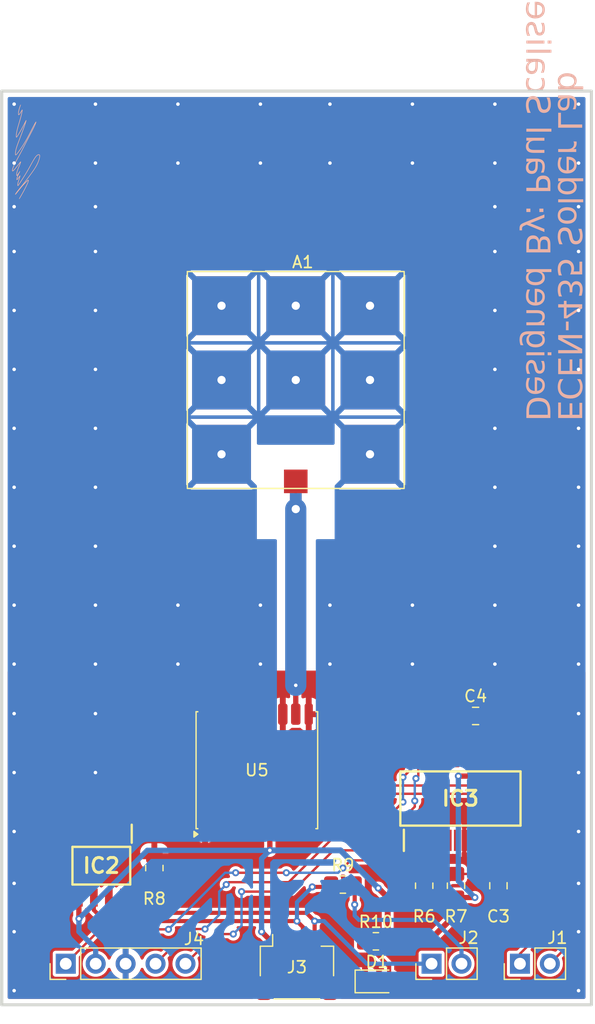
<source format=kicad_pcb>
(kicad_pcb (version 20240108) (generator "pcbnew") (generator_version "8.0")
  (layers (0 "F.Cu" signal) (31 "B.Cu" signal) (34 "B.Paste" user) (35 "F.Paste" user) (36 "B.SilkS" user "B.Silkscreen") (37 "F.SilkS" user "F.Silkscreen") (38 "B.Mask" user) (39 "F.Mask" user) (44 "Edge.Cuts" user))
  (net 0 "")
  (net 1 "GND")
  (net 2 "UART_RX")
  (net 3 "UART_TX")
  (net 4 "CAN_TX")
  (net 5 "CAN_RX")
  (net 6 "CANH")
  (net 7 "SCL")
  (net 8 "SDA")
  (net 9 "Net-(A1-RF_OUT)")
  (net 10 "Net-(C3-Pad2)")
  (net 11 "+3V3")
  (net 18 "Net-(D1-A)")
  (net 19 "CANL")
  (net 20 "Net-(IC2-RS)")
  (net 21 "Net-(J2A-Pin_2)")
  (net 32 "ICSPDAT")
  (net 38 "MCLR{slash}VPP")
  (net 40 "ICSPCLK")
  (footprint "Resistor_SMD:R_0805_2012Metric_Pad1.20x1.40mm_HandSolder" (layer "F.Cu") (at 161.2 119.1 -90)
    (property "Reference" "R7" (at 2.6 0 180) (layer "F.SilkS"))
    (property "Value" "10k")
    (pad "1" smd roundrect (at -1 0 270) (size 1.2 1.4) (layers "F.Cu" "F.Paste" "F.Mask") (roundrect_rratio 0.208333) (net 10 "Net-(C3-Pad2)"))
    (pad "2" smd roundrect (at 1 0 270) (size 1.2 1.4) (layers "F.Cu" "F.Paste" "F.Mask") (roundrect_rratio 0.208333) (net 11 "+3V3"))
  )
  (footprint "Package_SO:SOIC127P600X175-8N" (layer "F.Cu") (at 131.1 117.4 -90)
    (property "Reference" "IC2" (at 0 0 180) (layer "F.SilkS") (effects (font (size 1.27 1.27) (thickness 0.254))))
    (property "Value" "SN65HVD231QDR" (hide yes))
    (pad "1" smd rect (at -2.711 -1.905) (size 0.65 1.528) (layers "F.Cu" "F.Paste" "F.Mask") (net 4 "CAN_TX"))
    (pad "2" smd rect (at -2.711 -0.635) (size 0.65 1.528) (layers "F.Cu" "F.Paste" "F.Mask") (net 1 "GND"))
    (pad "3" smd rect (at -2.711 0.635) (size 0.65 1.528) (layers "F.Cu" "F.Paste" "F.Mask") (net 11 "+3V3"))
    (pad "4" smd rect (at -2.711 1.905) (size 0.65 1.528) (layers "F.Cu" "F.Paste" "F.Mask") (net 5 "CAN_RX"))
    (pad "5" smd rect (at 2.711 1.905) (size 0.65 1.528) (layers "F.Cu" "F.Paste" "F.Mask") (net 11 "+3V3"))
    (pad "6" smd rect (at 2.711 0.635) (size 0.65 1.528) (layers "F.Cu" "F.Paste" "F.Mask") (net 19 "CANL"))
    (pad "7" smd rect (at 2.711 -0.635) (size 0.65 1.528) (layers "F.Cu" "F.Paste" "F.Mask") (net 6 "CANH"))
    (pad "8" smd rect (at 2.711 -1.905) (size 0.65 1.528) (layers "F.Cu" "F.Paste" "F.Mask") (net 20 "Net-(IC2-RS)"))
  )
  (footprint "Connector_PinHeader_2.54mm:PinHeader_1x05_P2.54mm_Vertical" (layer "F.Cu") (at 128.08 125.715 90)
    (property "Reference" "J4" (at 2.1 10.88 0) (layer "F.SilkS"))
    (property "Value" "~")
    (pad "1" thru_hole rect (at 0 0 90) (size 1.7 1.7) (drill 1) (layers "*.Cu" "*.Mask") (net 38 "MCLR{slash}VPP"))
    (pad "2" thru_hole oval (at 0 2.54 90) (size 1.7 1.7) (drill 1) (layers "*.Cu" "*.Mask") (net 11 "+3V3"))
    (pad "3" thru_hole oval (at 0 5.08 90) (size 1.7 1.7) (drill 1) (layers "*.Cu" "*.Mask") (net 1 "GND"))
    (pad "4" thru_hole oval (at 0 7.62 90) (size 1.7 1.7) (drill 1) (layers "*.Cu" "*.Mask") (net 32 "ICSPDAT"))
    (pad "5" thru_hole oval (at 0 10.16 90) (size 1.7 1.7) (drill 1) (layers "*.Cu" "*.Mask") (net 40 "ICSPCLK"))
  )
  (footprint "RF_GPS:ublox_MAX" (layer "F.Cu") (at 144.3 109.3 90)
    (property "Reference" "U5" (at 0 0 0) (layer "F.SilkS"))
    (property "Value" "MAX-M8W")
    (pad "1" smd roundrect (at -4.75 -4.4 90) (size 1.8 0.7) (layers "F.Cu" "F.Paste" "F.Mask") (net 1 "GND"))
    (pad "2" smd roundrect (at -4.75 -3.3 90) (size 1.8 0.8) (layers "F.Cu" "F.Paste" "F.Mask") (net 3 "UART_TX"))
    (pad "3" smd roundrect (at -4.75 -2.2 90) (size 1.8 0.8) (layers "F.Cu" "F.Paste" "F.Mask") (net 2 "UART_RX"))
    (pad "4" smd roundrect (at -4.75 -1.1 90) (size 1.8 0.8) (layers "F.Cu" "F.Paste" "F.Mask"))
    (pad "5" smd roundrect (at -4.75 0 90) (size 1.8 0.8) (layers "F.Cu" "F.Paste" "F.Mask"))
    (pad "6" smd roundrect (at -4.75 1.1 90) (size 1.8 0.8) (layers "F.Cu" "F.Paste" "F.Mask") (net 11 "+3V3"))
    (pad "7" smd roundrect (at -4.75 2.2 90) (size 1.8 0.8) (layers "F.Cu" "F.Paste" "F.Mask") (net 11 "+3V3"))
    (pad "8" smd roundrect (at -4.75 3.3 90) (size 1.8 0.8) (layers "F.Cu" "F.Paste" "F.Mask") (net 11 "+3V3"))
    (pad "9" smd roundrect (at -4.75 4.4 90) (size 1.8 0.7) (layers "F.Cu" "F.Paste" "F.Mask"))
    (pad "10" smd roundrect (at 4.75 4.4 90) (size 1.8 0.7) (layers "F.Cu" "F.Paste" "F.Mask") (net 1 "GND"))
    (pad "11" smd roundrect (at 4.75 3.3 90) (size 1.8 0.8) (layers "F.Cu" "F.Paste" "F.Mask") (net 9 "Net-(A1-RF_OUT)"))
    (pad "12" smd roundrect (at 4.75 2.2 90) (size 1.8 0.8) (layers "F.Cu" "F.Paste" "F.Mask") (net 1 "GND"))
    (pad "13" smd roundrect (at 4.75 1.1 90) (size 1.8 0.8) (layers "F.Cu" "F.Paste" "F.Mask"))
    (pad "14" smd roundrect (at 4.75 0 90) (size 1.8 0.8) (layers "F.Cu" "F.Paste" "F.Mask"))
    (pad "15" smd roundrect (at 4.75 -1.1 90) (size 1.8 0.8) (layers "F.Cu" "F.Paste" "F.Mask") (net 1 "GND"))
    (pad "16" smd roundrect (at 4.75 -2.2 90) (size 1.8 0.8) (layers "F.Cu" "F.Paste" "F.Mask") (net 8 "SDA"))
    (pad "17" smd roundrect (at 4.75 -3.3 90) (size 1.8 0.8) (layers "F.Cu" "F.Paste" "F.Mask") (net 7 "SCL"))
    (pad "18" smd roundrect (at 4.75 -4.4 90) (size 1.8 0.7) (layers "F.Cu" "F.Paste" "F.Mask"))
  )
  (footprint "Connector_PinHeader_2.54mm:PinHeader_1x02_P2.54mm_Vertical" (layer "F.Cu") (at 159.125 125.715 90)
    (property "Reference" "J2" (at 2.2 3.14 360) (layer "F.SilkS"))
    (property "Value" "~")
    (pad "1" thru_hole rect (at 0 0 90) (size 1.7 1.7) (drill 1) (layers "*.Cu" "*.Mask") (net 6 "CANH"))
    (pad "2" thru_hole oval (at 0 2.54 90) (size 1.7 1.7) (drill 1) (layers "*.Cu" "*.Mask") (net 21 "Net-(J2A-Pin_2)"))
  )
  (footprint "Resistor_SMD:R_0805_2012Metric_Pad1.20x1.40mm_HandSolder" (layer "F.Cu") (at 151.6 119)
    (property "Reference" "R9" (at 0 -1.65 0) (layer "F.SilkS"))
    (property "Value" "120R")
    (pad "1" smd roundrect (at -1 0) (size 1.2 1.4) (layers "F.Cu" "F.Paste" "F.Mask") (roundrect_rratio 0.208333) (net 19 "CANL"))
    (pad "2" smd roundrect (at 1 0) (size 1.2 1.4) (layers "F.Cu" "F.Paste" "F.Mask") (roundrect_rratio 0.208333) (net 21 "Net-(J2A-Pin_2)"))
  )
  (footprint "Package_SO:SOP65P780X200-28N" (layer "F.Cu") (at 161.575 111.7 90)
    (property "Reference" "IC3" (at 0 0 0) (layer "F.SilkS") (effects (font (size 1.27 1.27) (thickness 0.254))))
    (property "Value" "PIC18F26Q84-I_SS" (hide yes))
    (pad "1" smd rect (at -3.55 -4.225 180) (size 0.45 1.8) (layers "F.Cu" "F.Paste" "F.Mask") (net 38 "MCLR{slash}VPP"))
    (pad "2" smd rect (at -3.55 -3.575 180) (size 0.45 1.8) (layers "F.Cu" "F.Paste" "F.Mask"))
    (pad "3" smd rect (at -3.55 -2.925 180) (size 0.45 1.8) (layers "F.Cu" "F.Paste" "F.Mask"))
    (pad "4" smd rect (at -3.55 -2.275 180) (size 0.45 1.8) (layers "F.Cu" "F.Paste" "F.Mask"))
    (pad "5" smd rect (at -3.55 -1.625 180) (size 0.45 1.8) (layers "F.Cu" "F.Paste" "F.Mask"))
    (pad "6" smd rect (at -3.55 -0.975 180) (size 0.45 1.8) (layers "F.Cu" "F.Paste" "F.Mask"))
    (pad "7" smd rect (at -3.55 -0.325 180) (size 0.45 1.8) (layers "F.Cu" "F.Paste" "F.Mask"))
    (pad "8" smd rect (at -3.55 0.325 180) (size 0.45 1.8) (layers "F.Cu" "F.Paste" "F.Mask") (net 1 "GND"))
    (pad "9" smd rect (at -3.55 0.975 180) (size 0.45 1.8) (layers "F.Cu" "F.Paste" "F.Mask"))
    (pad "10" smd rect (at -3.55 1.625 180) (size 0.45 1.8) (layers "F.Cu" "F.Paste" "F.Mask"))
    (pad "11" smd rect (at -3.55 2.275 180) (size 0.45 1.8) (layers "F.Cu" "F.Paste" "F.Mask"))
    (pad "12" smd rect (at -3.55 2.925 180) (size 0.45 1.8) (layers "F.Cu" "F.Paste" "F.Mask"))
    (pad "13" smd rect (at -3.55 3.575 180) (size 0.45 1.8) (layers "F.Cu" "F.Paste" "F.Mask"))
    (pad "14" smd rect (at -3.55 4.225 180) (size 0.45 1.8) (layers "F.Cu" "F.Paste" "F.Mask"))
    (pad "15" smd rect (at 3.55 4.225 180) (size 0.45 1.8) (layers "F.Cu" "F.Paste" "F.Mask"))
    (pad "16" smd rect (at 3.55 3.575 180) (size 0.45 1.8) (layers "F.Cu" "F.Paste" "F.Mask"))
    (pad "17" smd rect (at 3.55 2.925 180) (size 0.45 1.8) (layers "F.Cu" "F.Paste" "F.Mask") (net 2 "UART_RX"))
    (pad "18" smd rect (at 3.55 2.275 180) (size 0.45 1.8) (layers "F.Cu" "F.Paste" "F.Mask") (net 3 "UART_TX"))
    (pad "19" smd rect (at 3.55 1.625 180) (size 0.45 1.8) (layers "F.Cu" "F.Paste" "F.Mask") (net 1 "GND"))
    (pad "20" smd rect (at 3.55 0.975 180) (size 0.45 1.8) (layers "F.Cu" "F.Paste" "F.Mask") (net 11 "+3V3"))
    (pad "21" smd rect (at 3.55 0.325 180) (size 0.45 1.8) (layers "F.Cu" "F.Paste" "F.Mask"))
    (pad "22" smd rect (at 3.55 -0.325 180) (size 0.45 1.8) (layers "F.Cu" "F.Paste" "F.Mask"))
    (pad "23" smd rect (at 3.55 -0.975 180) (size 0.45 1.8) (layers "F.Cu" "F.Paste" "F.Mask"))
    (pad "24" smd rect (at 3.55 -1.625 180) (size 0.45 1.8) (layers "F.Cu" "F.Paste" "F.Mask") (net 5 "CAN_RX"))
    (pad "25" smd rect (at 3.55 -2.275 180) (size 0.45 1.8) (layers "F.Cu" "F.Paste" "F.Mask") (net 4 "CAN_TX"))
    (pad "26" smd rect (at 3.55 -2.925 180) (size 0.45 1.8) (layers "F.Cu" "F.Paste" "F.Mask"))
    (pad "27" smd rect (at 3.55 -3.575 180) (size 0.45 1.8) (layers "F.Cu" "F.Paste" "F.Mask") (net 40 "ICSPCLK"))
    (pad "28" smd rect (at 3.55 -4.225 180) (size 0.45 1.8) (layers "F.Cu" "F.Paste" "F.Mask") (net 32 "ICSPDAT"))
  )
  (footprint "Resistor_SMD:R_0805_2012Metric_Pad1.20x1.40mm_HandSolder" (layer "F.Cu") (at 135.6 117.6 90)
    (property "Reference" "R8" (at -2.6 0 0) (layer "F.SilkS"))
    (property "Value" "10k")
    (pad "1" smd roundrect (at -1 0 90) (size 1.2 1.4) (layers "F.Cu" "F.Paste" "F.Mask") (roundrect_rratio 0.208333) (net 20 "Net-(IC2-RS)"))
    (pad "2" smd roundrect (at 1 0 90) (size 1.2 1.4) (layers "F.Cu" "F.Paste" "F.Mask") (roundrect_rratio 0.208333) (net 1 "GND"))
  )
  (footprint "Capacitor_SMD:C_0805_2012Metric_Pad1.18x1.45mm_HandSolder" (layer "F.Cu") (at 162.8625 104.7)
    (property "Reference" "C4" (at 0 -1.68 0) (layer "F.SilkS"))
    (property "Value" ".1uf")
    (pad "1" smd roundrect (at -1.0375 0) (size 1.175 1.45) (layers "F.Cu" "F.Paste" "F.Mask") (roundrect_rratio 0.212766) (net 11 "+3V3"))
    (pad "2" smd roundrect (at 1.0375 0) (size 1.175 1.45) (layers "F.Cu" "F.Paste" "F.Mask") (roundrect_rratio 0.212766) (net 1 "GND"))
  )
  (footprint "Connector_JST:JST_SH_SM04B-SRSS-TB_1x04-1MP_P1.00mm_Horizontal" (layer "F.Cu") (at 147.7 126.015)
    (property "Reference" "J3" (at 0 0 0) (layer "F.SilkS"))
    (property "Value" "~")
    (pad "1" smd roundrect (at -1.5 -2) (size 0.6 1.55) (layers "F.Cu" "F.Paste" "F.Mask") (net 11 "+3V3"))
    (pad "2" smd roundrect (at -0.5 -2) (size 0.6 1.55) (layers "F.Cu" "F.Paste" "F.Mask") (net 1 "GND"))
    (pad "3" smd roundrect (at 0.5 -2) (size 0.6 1.55) (layers "F.Cu" "F.Paste" "F.Mask") (net 19 "CANL"))
    (pad "4" smd roundrect (at 1.5 -2) (size 0.6 1.55) (layers "F.Cu" "F.Paste" "F.Mask") (net 6 "CANH"))
    (pad "MP" smd roundrect (at -2.8 1.875) (size 1.2 1.8) (layers "F.Cu" "F.Paste" "F.Mask") (roundrect_rratio 0.208333))
    (pad "MP" smd roundrect (at 2.8 1.875) (size 1.2 1.8) (layers "F.Cu" "F.Paste" "F.Mask") (roundrect_rratio 0.208333))
  )
  (footprint "RF_Antenna:L000953-01" (layer "F.Cu") (at 138.4 85.4)
    (property "Reference" "A1" (at 9.8 -19.2 0) (layer "F.SilkS"))
    (property "Value" "~" (hide yes))
    (pad "1" thru_hole rect (at 2.9 -15.5) (size 5 5) (drill 0.7) (layers "*.Cu" "F.Mask") (net 1 "GND"))
    (pad "1" thru_hole rect (at 2.9 -9.2) (size 5 5) (drill 0.7) (layers "*.Cu" "F.Mask") (net 1 "GND"))
    (pad "1" thru_hole rect (at 2.9 -2.9) (size 5 5) (drill 0.7) (layers "*.Cu" "F.Mask") (net 1 "GND"))
    (pad "1" thru_hole rect (at 9.2 -15.5) (size 5 5) (drill 0.7) (layers "*.Cu" "F.Mask") (net 1 "GND"))
    (pad "1" thru_hole rect (at 9.2 -9.2) (size 5 5) (drill 0.7) (layers "*.Cu" "F.Mask") (net 1 "GND"))
    (pad "1" thru_hole rect (at 15.5 -15.5) (size 5 5) (drill 0.7) (layers "*.Cu" "F.Mask") (net 1 "GND"))
    (pad "1" thru_hole rect (at 15.5 -9.2) (size 5 5) (drill 0.7) (layers "*.Cu" "F.Mask") (net 1 "GND"))
    (pad "1" thru_hole rect (at 15.5 -2.9) (size 5 5) (drill 0.7) (layers "*.Cu" "F.Mask") (net 1 "GND"))
    (pad "2" smd rect (at 9.2 -0.6) (size 2 2) (layers "F.Cu" "F.Paste" "F.Mask") (net 9 "Net-(A1-RF_OUT)"))
    (pad "2" thru_hole rect (at 9.2 1.75) (size 1 2.7) (drill 0.7) (layers "*.Cu" "F.Mask") (net 9 "Net-(A1-RF_OUT)"))
  )
  (footprint "Resistor_SMD:R_0805_2012Metric_Pad1.20x1.40mm_HandSolder" (layer "F.Cu") (at 154.4 123.815)
    (property "Reference" "R10" (at 0 -1.65 0) (layer "F.SilkS"))
    (property "Value" "120R")
    (pad "1" smd roundrect (at -1 0) (size 1.2 1.4) (layers "F.Cu" "F.Paste" "F.Mask") (roundrect_rratio 0.208333) (net 18 "Net-(D1-A)"))
    (pad "2" smd roundrect (at 1 0) (size 1.2 1.4) (layers "F.Cu" "F.Paste" "F.Mask") (roundrect_rratio 0.208333) (net 11 "+3V3"))
  )
  (footprint "Capacitor_SMD:C_0805_2012Metric_Pad1.18x1.45mm_HandSolder" (layer "F.Cu") (at 164.8 119.1 -90)
    (property "Reference" "C3" (at 2.6 0 180) (layer "F.SilkS"))
    (property "Value" ".1uf")
    (pad "1" smd roundrect (at -1.0375 0 270) (size 1.175 1.45) (layers "F.Cu" "F.Paste" "F.Mask") (roundrect_rratio 0.212766) (net 1 "GND"))
    (pad "2" smd roundrect (at 1.0375 0 270) (size 1.175 1.45) (layers "F.Cu" "F.Paste" "F.Mask") (roundrect_rratio 0.212766) (net 10 "Net-(C3-Pad2)"))
  )
  (footprint "Connector_PinHeader_2.54mm:PinHeader_1x02_P2.54mm_Vertical" (layer "F.Cu") (at 166.625 125.715 90)
    (property "Reference" "J1" (at 2.2 3.175 360) (layer "F.SilkS"))
    (property "Value" "~")
    (pad "1" thru_hole rect (at 0 0 90) (size 1.7 1.7) (drill 1) (layers "*.Cu" "*.Mask") (net 7 "SCL"))
    (pad "2" thru_hole oval (at 0 2.54 90) (size 1.7 1.7) (drill 1) (layers "*.Cu" "*.Mask") (net 8 "SDA"))
  )
  (footprint "Resistor_SMD:R_0805_2012Metric_Pad1.20x1.40mm_HandSolder" (layer "F.Cu") (at 158.5 119.1 90)
    (property "Reference" "R6" (at -2.6 0 0) (layer "F.SilkS"))
    (property "Value" "120R")
    (pad "1" smd roundrect (at -1 0 90) (size 1.2 1.4) (layers "F.Cu" "F.Paste" "F.Mask") (roundrect_rratio 0.208333) (net 10 "Net-(C3-Pad2)"))
    (pad "2" smd roundrect (at 1 0 90) (size 1.2 1.4) (layers "F.Cu" "F.Paste" "F.Mask") (roundrect_rratio 0.208333) (net 38 "MCLR{slash}VPP"))
  )
  (footprint "LED_SMD:LED_0805_2012Metric_Pad1.15x1.40mm_HandSolder" (layer "F.Cu") (at 154.5 127.215)
    (property "Reference" "D1" (at 0 -1.65 0) (layer "F.SilkS"))
    (property "Value" "LED_Green")
    (pad "1" smd roundrect (at -1.025 0) (size 1.15 1.4) (layers "F.Cu" "F.Paste" "F.Mask") (roundrect_rratio 0.217391) (net 1 "GND"))
    (pad "2" smd roundrect (at 1.025 0) (size 1.15 1.4) (layers "F.Cu" "F.Paste" "F.Mask") (roundrect_rratio 0.217391) (net 18 "Net-(D1-A)"))
  )
  (footprint "Graphics:signiture" (layer "B.Cu") (at 124.7 56.8 90)
    (property "Reference" "G***" (hide yes))
    (property "Value" "LOGO" (hide yes))
  )
  (gr_line (start 122.65 51.692) (end 172.688 51.692) (stroke (width 0.254)) (layer "Edge.Cuts"))
  (gr_line (start 172.688 129.2) (end 122.65 129.2) (stroke (width 0.254)) (layer "Edge.Cuts"))
  (gr_line (start 122.65 129.2) (end 122.65 126.279) (stroke (width 0.254)) (layer "Edge.Cuts"))
  (gr_line (start 122.65 129.2) (end 122.65 51.692) (stroke (width 0.254)) (layer "Edge.Cuts"))
  (gr_line (start 172.688 51.692) (end 172.688 129.2) (stroke (width 0.254)) (layer "Edge.Cuts"))
  (gr_text "ECEN-435 Solder Lab" (at 170.7 79.7 -90) (layer "B.SilkS") (effects (font (size 2 2) (thickness 0.152)) (justify left mirror)))
  (gr_text "Designed By: Paul Scalise" (at 168 79.7 -90) (layer "B.SilkS") (effects (font (size 2 2) (thickness 0.152)) (justify left mirror)))
  (via (at 164.5 75.3) (size 0.6) (drill 0.3) (layers "F.Cu" "B.Cu") (net 1))
  (via (at 164.5 61.5) (size 0.6) (drill 0.3) (layers "F.Cu" "B.Cu") (net 1))
  (via (at 171.6 109.5) (size 0.6) (drill 0.3) (layers "F.Cu" "B.Cu") (net 1))
  (via (at 164.5 95.3) (size 0.6) (drill 0.3) (layers "F.Cu" "B.Cu") (net 1))
  (via (at 137.6 95.3) (size 0.6) (drill 0.3) (layers "F.Cu" "B.Cu") (net 1))
  (via (at 123.7 52.8) (size 0.6) (drill 0.3) (layers "F.Cu" "B.Cu") (net 1))
  (via (at 123.7 114.5) (size 0.6) (drill 0.3) (layers "F.Cu" "B.Cu") (net 1))
  (via (at 171.6 95.3) (size 0.6) (drill 0.3) (layers "F.Cu" "B.Cu") (net 1))
  (via (at 123.7 100.3) (size 0.6) (drill 0.3) (layers "F.Cu" "B.Cu") (net 1))
  (via (at 123.7 57.8) (size 0.6) (drill 0.3) (layers "F.Cu" "B.Cu") (net 1))
  (via (at 150.5 52.8) (size 0.6) (drill 0.3) (layers "F.Cu" "B.Cu") (net 1))
  (via (at 123.7 61.5) (size 0.6) (drill 0.3) (layers "F.Cu" "B.Cu") (net 1))
  (via (at 164.5 65.3) (size 0.6) (drill 0.3) (layers "F.Cu" "B.Cu") (net 1))
  (via (at 171.6 52.8) (size 0.6) (drill 0.3) (layers "F.Cu" "B.Cu") (net 1))
  (via (at 171.6 65.3) (size 0.6) (drill 0.3) (layers "F.Cu" "B.Cu") (net 1))
  (via (at 157.5 95.3) (size 0.6) (drill 0.3) (layers "F.Cu" "B.Cu") (net 1))
  (via (at 171.6 100.3) (size 0.6) (drill 0.3) (layers "F.Cu" "B.Cu") (net 1))
  (via (at 123.7 95.3) (size 0.6) (drill 0.3) (layers "F.Cu" "B.Cu") (net 1))
  (via (at 130.6 80.3) (size 0.6) (drill 0.3) (layers "F.Cu" "B.Cu") (net 1))
  (via (at 123.7 109.5) (size 0.6) (drill 0.3) (layers "F.Cu" "B.Cu") (net 1))
  (via (at 130.6 85.3) (size 0.6) (drill 0.3) (layers "F.Cu" "B.Cu") (net 1))
  (via (at 130.6 100.3) (size 0.6) (drill 0.3) (layers "F.Cu" "B.Cu") (net 1))
  (via (at 137.6 52.8) (size 0.6) (drill 0.3) (layers "F.Cu" "B.Cu") (net 1))
  (via (at 123.7 85.3) (size 0.6) (drill 0.3) (layers "F.Cu" "B.Cu") (net 1))
  (via (at 130.6 95.3) (size 0.6) (drill 0.3) (layers "F.Cu" "B.Cu") (net 1))
  (via (at 171.6 114.5) (size 0.6) (drill 0.3) (layers "F.Cu" "B.Cu") (net 1))
  (via (at 164.5 80.3) (size 0.6) (drill 0.3) (layers "F.Cu" "B.Cu") (net 1))
  (via (at 123.7 65.3) (size 0.6) (drill 0.3) (layers "F.Cu" "B.Cu") (net 1))
  (via (at 171.6 70.3) (size 0.6) (drill 0.3) (layers "F.Cu" "B.Cu") (net 1))
  (via (at 130.6 65.3) (size 0.6) (drill 0.3) (layers "F.Cu" "B.Cu") (net 1))
  (via (at 150.5 95.3) (size 0.6) (drill 0.3) (layers "F.Cu" "B.Cu") (net 1))
  (via (at 150.5 100.3) (size 0.6) (drill 0.3) (layers "F.Cu" "B.Cu") (net 1))
  (via (at 130.6 90.3) (size 0.6) (drill 0.3) (layers "F.Cu" "B.Cu") (net 1))
  (via (at 137.6 100.3) (size 0.6) (drill 0.3) (layers "F.Cu" "B.Cu") (net 1))
  (via (at 137.6 57.8) (size 0.6) (drill 0.3) (layers "F.Cu" "B.Cu") (net 1))
  (via (at 123.7 104.5) (size 0.6) (drill 0.3) (layers "F.Cu" "B.Cu") (net 1))
  (via (at 123.7 90.3) (size 0.6) (drill 0.3) (layers "F.Cu" "B.Cu") (net 1))
  (via (at 123.7 123) (size 0.6) (drill 0.3) (layers "F.Cu" "B.Cu") (net 1))
  (via (at 144.6 95.3) (size 0.6) (drill 0.3) (layers "F.Cu" "B.Cu") (net 1))
  (via (at 171.6 80.3) (size 0.6) (drill 0.3) (layers "F.Cu" "B.Cu") (net 1))
  (via (at 164.5 100.3) (size 0.6) (drill 0.3) (layers "F.Cu" "B.Cu") (net 1))
  (via (at 171.6 123) (size 0.6) (drill 0.3) (layers "F.Cu" "B.Cu") (net 1))
  (via (at 164.5 90.3) (size 0.6) (drill 0.3) (layers "F.Cu" "B.Cu") (net 1))
  (via (at 123.7 80.3) (size 0.6) (drill 0.3) (layers "F.Cu" "B.Cu") (net 1))
  (via (at 144.6 100.3) (size 0.6) (drill 0.3) (layers "F.Cu" "B.Cu") (net 1))
  (via (at 171.6 75.3) (size 0.6) (drill 0.3) (layers "F.Cu" "B.Cu") (net 1))
  (via (at 171.6 57.8) (size 0.6) (drill 0.3) (layers "F.Cu" "B.Cu") (net 1))
  (via (at 123.7 118.9) (size 0.6) (drill 0.3) (layers "F.Cu" "B.Cu") (net 1))
  (via (at 123.7 75.3) (size 0.6) (drill 0.3) (layers "F.Cu" "B.Cu") (net 1))
  (via (at 123.7 128) (size 0.6) (drill 0.3) (layers "F.Cu" "B.Cu") (net 1))
  (via (at 164.5 57.8) (size 0.6) (drill 0.3) (layers "F.Cu" "B.Cu") (net 1))
  (via (at 130.6 109.5) (size 0.6) (drill 0.3) (layers "F.Cu" "B.Cu") (net 1))
  (via (at 150.5 57.8) (size 0.6) (drill 0.3) (layers "F.Cu" "B.Cu") (net 1))
  (via (at 171.6 85.3) (size 0.6) (drill 0.3) (layers "F.Cu" "B.Cu") (net 1))
  (via (at 171.6 104.5) (size 0.6) (drill 0.3) (layers "F.Cu" "B.Cu") (net 1))
  (via (at 144.6 57.8) (size 0.6) (drill 0.3) (layers "F.Cu" "B.Cu") (net 1))
  (via (at 130.6 75.3) (size 0.6) (drill 0.3) (layers "F.Cu" "B.Cu") (net 1))
  (via (at 157.5 100.3) (size 0.6) (drill 0.3) (layers "F.Cu" "B.Cu") (net 1))
  (via (at 157.5 57.8) (size 0.6) (drill 0.3) (layers "F.Cu" "B.Cu") (net 1))
  (via (at 171.6 118.9) (size 0.6) (drill 0.3) (layers "F.Cu" "B.Cu") (net 1))
  (via (at 130.6 104.5) (size 0.6) (drill 0.3) (layers "F.Cu" "B.Cu") (net 1))
  (via (at 164.5 70.3) (size 0.6) (drill 0.3) (layers "F.Cu" "B.Cu") (net 1))
  (via (at 164.5 85.3) (size 0.6) (drill 0.3) (layers "F.Cu" "B.Cu") (net 1))
  (via (at 171.6 90.3) (size 0.6) (drill 0.3) (layers "F.Cu" "B.Cu") (net 1))
  (via (at 144.6 52.8) (size 0.6) (drill 0.3) (layers "F.Cu" "B.Cu") (net 1))
  (via (at 171.6 61.5) (size 0.6) (drill 0.3) (layers "F.Cu" "B.Cu") (net 1))
  (via (at 123.7 70.3) (size 0.6) (drill 0.3) (layers "F.Cu" "B.Cu") (net 1))
  (via (at 130.6 61.5) (size 0.6) (drill 0.3) (layers "F.Cu" "B.Cu") (net 1))
  (via (at 171.6 128) (size 0.6) (drill 0.3) (layers "F.Cu" "B.Cu") (net 1))
  (via (at 157.5 52.8) (size 0.6) (drill 0.3) (layers "F.Cu" "B.Cu") (net 1))
  (via (at 130.6 70.3) (size 0.6) (drill 0.3) (layers "F.Cu" "B.Cu") (net 1))
  (via (at 164.5 52.8) (size 0.6) (drill 0.3) (layers "F.Cu" "B.Cu") (net 1))
  (via (at 130.6 52.8) (size 0.6) (drill 0.3) (layers "F.Cu" "B.Cu") (net 1))
  (via (at 130.6 57.8) (size 0.6) (drill 0.3) (layers "F.Cu" "B.Cu") (net 1))
  (segment (start 142.9 111.3) (end 163 111.3) (width 0.2) (layer "F.Cu") (net 2))
  (segment (start 163 111.3) (end 164.5 109.8) (width 0.2) (layer "F.Cu") (net 2))
  (segment (start 164.5 109.8) (end 164.5 108.15) (width 0.2) (layer "F.Cu") (net 2))
  (segment (start 142.1 112.1) (end 142.9 111.3) (width 0.2) (layer "F.Cu") (net 2))
  (segment (start 142.1 114.05) (end 142.1 112.1) (width 0.2) (layer "F.Cu") (net 2))
  (segment (start 163.85 108.15) (end 163.85 109.25) (width 0.2) (layer "F.Cu") (net 3))
  (segment (start 141 111.9) (end 141 114.05) (width 0.2) (layer "F.Cu") (net 3))
  (segment (start 162.5 110.6) (end 142.3 110.6) (width 0.2) (layer "F.Cu") (net 3))
  (segment (start 142.3 110.6) (end 141 111.9) (width 0.2) (layer "F.Cu") (net 3))
  (segment (start 163.85 109.25) (end 162.5 110.6) (width 0.2) (layer "F.Cu") (net 3))
  (segment (start 158.9 106.5) (end 156.2 106.5) (width 0.35) (layer "F.Cu") (net 4))
  (segment (start 159.3 106.9) (end 158.9 106.5) (width 0.35) (layer "F.Cu") (net 4))
  (segment (start 156.2 106.5) (end 154.2 108.5) (width 0.35) (layer "F.Cu") (net 4))
  (segment (start 159.3 108.15) (end 159.3 106.9) (width 0.35) (layer "F.Cu") (net 4))
  (segment (start 134.3 108.5) (end 133.005 109.795) (width 0.35) (layer "F.Cu") (net 4))
  (segment (start 133.005 109.795) (end 133.005 114.689) (width 0.35) (layer "F.Cu") (net 4))
  (segment (start 154.2 108.5) (end 134.3 108.5) (width 0.35) (layer "F.Cu") (net 4))
  (segment (start 153.95 107.95) (end 134.072182 107.95) (width 0.35) (layer "F.Cu") (net 5))
  (segment (start 159.127817 105.95) (end 155.95 105.95) (width 0.35) (layer "F.Cu") (net 5))
  (segment (start 129.195 113.305) (end 129.195 114.689) (width 0.35) (layer "F.Cu") (net 5))
  (segment (start 132.4 109.622182) (end 132.4 110.1) (width 0.35) (layer "F.Cu") (net 5))
  (segment (start 134.072182 107.95) (end 132.4 109.622182) (width 0.35) (layer "F.Cu") (net 5))
  (segment (start 159.95 108.15) (end 159.95 106.772182) (width 0.35) (layer "F.Cu") (net 5))
  (segment (start 159.95 106.772182) (end 159.127817 105.95) (width 0.35) (layer "F.Cu") (net 5))
  (segment (start 132.4 110.1) (end 129.195 113.305) (width 0.35) (layer "F.Cu") (net 5))
  (segment (start 155.95 105.95) (end 153.95 107.95) (width 0.35) (layer "F.Cu") (net 5))
  (segment (start 131.735 120.55) (end 132.585 121.4) (width 0.35) (layer "F.Cu") (net 6))
  (segment (start 148.5 121.4) (end 149.2 122.1) (width 0.35) (layer "F.Cu") (net 6))
  (segment (start 131.735 120.111) (end 131.735 120.55) (width 0.35) (layer "F.Cu") (net 6))
  (segment (start 149.2 122.1) (end 149.2 124.015) (width 0.35) (layer "F.Cu") (net 6))
  (segment (start 132.585 121.4) (end 148.5 121.4) (width 0.35) (layer "F.Cu") (net 6))
  (via (at 149.2 122.1) (size 0.6) (drill 0.3) (layers "F.Cu" "B.Cu") (net 6))
  (segment (start 150 122.1) (end 153.615 125.715) (width 0.35) (layer "B.Cu") (net 6))
  (segment (start 149.2 122.1) (end 150 122.1) (width 0.35) (layer "B.Cu") (net 6))
  (segment (start 153.615 125.715) (end 159.125 125.715) (width 0.35) (layer "B.Cu") (net 6))
  (segment (start 142.05 106.5) (end 141 105.45) (width 0.2) (layer "F.Cu") (net 7))
  (segment (start 169.1 122.4) (end 169.1 104.6) (width 0.2) (layer "F.Cu") (net 7))
  (segment (start 141 105.45) (end 141 104.55) (width 0.2) (layer "F.Cu") (net 7))
  (segment (start 166.625 124.875) (end 169.1 122.4) (width 0.2) (layer "F.Cu") (net 7))
  (segment (start 155.3 105.1) (end 153.2 107.2) (width 0.2) (layer "F.Cu") (net 7))
  (segment (start 166.625 125.715) (end 166.625 124.875) (width 0.2) (layer "F.Cu") (net 7))
  (segment (start 160.3 102.7) (end 157.9 105.1) (width 0.2) (layer "F.Cu") (net 7))
  (segment (start 157.9 105.1) (end 155.3 105.1) (width 0.2) (layer "F.Cu") (net 7))
  (segment (start 167.2 102.7) (end 160.3 102.7) (width 0.2) (layer "F.Cu") (net 7))
  (segment (start 153.2 107.2) (end 142.75 107.2) (width 0.2) (layer "F.Cu") (net 7))
  (segment (start 142.75 107.2) (end 142.05 106.5) (width 0.2) (layer "F.Cu") (net 7))
  (segment (start 169.1 104.6) (end 167.2 102.7) (width 0.2) (layer "F.Cu") (net 7))
  (segment (start 170.3 124.58) (end 170.3 104.1) (width 0.2) (layer "F.Cu") (net 8))
  (segment (start 157.5 104.6) (end 160 102.1) (width 0.2) (layer "F.Cu") (net 8))
  (segment (start 142.1 104.55) (end 142.1 105.7) (width 0.2) (layer "F.Cu") (net 8))
  (segment (start 170.3 104.1) (end 168.3 102.1) (width 0.2) (layer "F.Cu") (net 8))
  (segment (start 153.1 106.6) (end 155.1 104.6) (width 0.2) (layer "F.Cu") (net 8))
  (segment (start 169.165 125.715) (end 170.3 124.58) (width 0.2) (layer "F.Cu") (net 8))
  (segment (start 142.1 105.7) (end 143 106.6) (width 0.2) (layer "F.Cu") (net 8))
  (segment (start 155.1 104.6) (end 157.5 104.6) (width 0.2) (layer "F.Cu") (net 8))
  (segment (start 143 106.6) (end 153.1 106.6) (width 0.2) (layer "F.Cu") (net 8))
  (segment (start 160 102.1) (end 168.3 102.1) (width 0.2) (layer "F.Cu") (net 8))
  (segment (start 147.6 84.9) (end 147.6 87.25) (width 0.2) (layer "F.Cu") (net 9))
  (segment (start 147.6 104.55) (end 147.6 102.1) (width 0.45) (layer "F.Cu") (net 9))
  (via (at 147.6 102.1) (size 0.6) (drill 0.3) (layers "F.Cu" "B.Cu") (net 9))
  (segment (start 147.6 102.1) (end 147.6 87.15) (width 1.8) (layer "B.Cu") (net 9))
  (segment (start 158.5 120.1) (end 159.2 120.1) (width 0.2) (layer "F.Cu") (net 10))
  (segment (start 161.2 118.1) (end 162.7625 118.1) (width 0.2) (layer "F.Cu") (net 10))
  (segment (start 162.7625 118.1) (end 164.8 120.1375) (width 0.2) (layer "F.Cu") (net 10))
  (segment (start 159.2 120.1) (end 161.2 118.1) (width 0.2) (layer "F.Cu") (net 10))
  (segment (start 146.2 124.015) (end 145.715 124.015) (width 0.45) (layer "F.Cu") (net 11))
  (segment (start 155.4 123.815) (end 158.885 123.815) (width 0.5) (layer "F.Cu") (net 11))
  (segment (start 158.885 123.815) (end 161.2 121.5) (width 0.5) (layer "F.Cu") (net 11))
  (segment (start 162.55 105.425) (end 162.55 108.15) (width 0.45) (layer "F.Cu") (net 11))
  (segment (start 145.715 124.015) (end 144.7 123) (width 0.45) (layer "F.Cu") (net 11))
  (segment (start 129.195 120.111) (end 129.195 118.205) (width 0.45) (layer "F.Cu") (net 11))
  (segment (start 155.4 120.1) (end 154.6 119.3) (width 0.5) (layer "F.Cu") (net 11))
  (segment (start 145.4 116.1) (end 145.4 114.05) (width 0.45) (layer "F.Cu") (net 11))
  (segment (start 161.825 104.7) (end 162.55 105.425) (width 0.45) (layer "F.Cu") (net 11))
  (segment (start 155.4 123.815) (end 155.4 120.1) (width 0.5) (layer "F.Cu") (net 11))
  (segment (start 146.5 114.05) (end 147.6 114.05) (width 0.45) (layer "F.Cu") (net 11))
  (segment (start 162.55 109.5) (end 162.25 109.8) (width 0.45) (layer "F.Cu") (net 11))
  (segment (start 161.2 121.5) (end 161.2 120.1) (width 0.5) (layer "F.Cu") (net 11))
  (segment (start 162.55 108.15) (end 162.55 109.5) (width 0.45) (layer "F.Cu") (net 11))
  (segment (start 129.195 118.205) (end 130.465 116.935) (width 0.45) (layer "F.Cu") (net 11))
  (segment (start 129.195 121.895) (end 129.2 121.9) (width 0.45) (layer "F.Cu") (net 11))
  (segment (start 129.195 120.111) (end 129.195 121.895) (width 0.45) (layer "F.Cu") (net 11))
  (segment (start 162.8 120.1) (end 161.2 120.1) (width 0.45) (layer "F.Cu") (net 11))
  (segment (start 145.4 114.05) (end 146.5 114.05) (width 0.45) (layer "F.Cu") (net 11))
  (segment (start 130.465 116.935) (end 130.465 114.689) (width 0.45) (layer "F.Cu") (net 11))
  (segment (start 162.25 109.8) (end 161.4 109.8) (width 0.45) (layer "F.Cu") (net 11))
  (via (at 161.4 109.8) (size 0.6) (drill 0.3) (layers "F.Cu" "B.Cu") (net 11))
  (via (at 144.7 123) (size 0.6) (drill 0.3) (layers "F.Cu" "B.Cu") (net 11))
  (via (at 129.2 121.9) (size 0.6) (drill 0.3) (layers "F.Cu" "B.Cu") (net 11))
  (via (at 145.4 116.1) (size 0.6) (drill 0.3) (layers "F.Cu" "B.Cu") (net 11))
  (via (at 162.8 120.1) (size 0.6) (drill 0.3) (layers "F.Cu" "B.Cu") (net 11))
  (via (at 154.6 119.3) (size 0.6) (drill 0.3) (layers "F.Cu" "B.Cu") (net 11))
  (segment (start 161.4 118.7) (end 162.8 120.1) (width 0.45) (layer "B.Cu") (net 11))
  (segment (start 135 116.1) (end 145.4 116.1) (width 0.45) (layer "B.Cu") (net 11))
  (segment (start 129.2 123) (end 129.2 121.9) (width 0.45) (layer "B.Cu") (net 11))
  (segment (start 144.7 116.8) (end 145.4 116.1) (width 0.45) (layer "B.Cu") (net 11))
  (segment (start 154.6 119.3) (end 151.4 116.1) (width 0.5) (layer "B.Cu") (net 11))
  (segment (start 129.2 121.9) (end 135 116.1) (width 0.45) (layer "B.Cu") (net 11))
  (segment (start 151.4 116.1) (end 145.4 116.1) (width 0.5) (layer "B.Cu") (net 11))
  (segment (start 161.4 109.8) (end 161.4 118.7) (width 0.45) (layer "B.Cu") (net 11))
  (segment (start 144.7 123) (end 144.7 116.8) (width 0.45) (layer "B.Cu") (net 11))
  (segment (start 130.62 125.715) (end 130.62 124.42) (width 0.45) (layer "B.Cu") (net 11))
  (segment (start 130.62 124.42) (end 129.2 123) (width 0.45) (layer "B.Cu") (net 11))
  (segment (start 155.525 125.94) (end 153.4 123.815) (width 0.35) (layer "F.Cu") (net 18))
  (segment (start 155.525 127.215) (end 155.525 125.94) (width 0.35) (layer "F.Cu") (net 18))
  (segment (start 149 119.2) (end 150.4 119.2) (width 0.35) (layer "F.Cu") (net 19))
  (segment (start 148.2 124.015) (end 148.2 122.6) (width 0.35) (layer "F.Cu") (net 19))
  (segment (start 147.7 122.1) (end 131.4 122.1) (width 0.35) (layer "F.Cu") (net 19))
  (segment (start 150.4 119.2) (end 150.6 119) (width 0.35) (layer "F.Cu") (net 19))
  (segment (start 131.4 122.1) (end 130.465 121.165) (width 0.35) (layer "F.Cu") (net 19))
  (segment (start 148.2 122.6) (end 147.7 122.1) (width 0.35) (layer "F.Cu") (net 19))
  (segment (start 130.465 121.165) (end 130.465 120.111) (width 0.35) (layer "F.Cu") (net 19))
  (via (at 149 119.2) (size 0.6) (drill 0.3) (layers "F.Cu" "B.Cu") (net 19))
  (via (at 147.7 122.1) (size 0.6) (drill 0.3) (layers "F.Cu" "B.Cu") (net 19))
  (segment (start 147.7 122.1) (end 147.7 120.5) (width 0.35) (layer "B.Cu") (net 19))
  (segment (start 147.7 120.5) (end 149 119.2) (width 0.35) (layer "B.Cu") (net 19))
  (segment (start 133.005 120.111) (end 134.089 120.111) (width 0.35) (layer "F.Cu") (net 20))
  (segment (start 134.089 120.111) (end 135.6 118.6) (width 0.35) (layer "F.Cu") (net 20))
  (segment (start 152.6 119) (end 152.6 120.7) (width 0.35) (layer "F.Cu") (net 21))
  (via (at 152.6 120.7) (size 0.6) (drill 0.3) (layers "F.Cu" "B.Cu") (net 21))
  (segment (start 152.96 122) (end 159.3 122) (width 0.35) (layer "B.Cu") (net 21))
  (segment (start 159.3 122) (end 161.665 124.365) (width 0.35) (layer "B.Cu") (net 21))
  (segment (start 152.6 120.7) (end 152.6 121.64) (width 0.35) (layer "B.Cu") (net 21))
  (segment (start 161.665 124.365) (end 161.665 125.715) (width 0.35) (layer "B.Cu") (net 21))
  (segment (start 152.6 121.64) (end 152.96 122) (width 0.35) (layer "B.Cu") (net 21))
  (segment (start 141.9 118.8) (end 147 118.8) (width 0.2) (layer "F.Cu") (net 32))
  (segment (start 150.7 115.1) (end 153.6 115.1) (width 0.2) (layer "F.Cu") (net 32))
  (segment (start 138.64 122.775) (end 135.7 125.715) (width 0.2) (layer "F.Cu") (net 32))
  (segment (start 139.9 122.775) (end 138.64 122.775) (width 0.2) (layer "F.Cu") (net 32))
  (segment (start 153.6 115.1) (end 156.7 112) (width 0.2) (layer "F.Cu") (net 32))
  (segment (start 147 118.8) (end 150.7 115.1) (width 0.2) (layer "F.Cu") (net 32))
  (segment (start 141.7 119) (end 141.9 118.8) (width 0.2) (layer "F.Cu") (net 32))
  (segment (start 157.35 109.25) (end 156.7 109.9) (width 0.2) (layer "F.Cu") (net 32))
  (segment (start 157.35 108.15) (end 157.35 109.25) (width 0.2) (layer "F.Cu") (net 32))
  (via (at 141.7 119) (size 0.6) (drill 0.3) (layers "F.Cu" "B.Cu") (net 32))
  (via (at 139.9 122.775) (size 0.6) (drill 0.3) (layers "F.Cu" "B.Cu") (net 32))
  (via (at 156.7 112) (size 0.6) (drill 0.3) (layers "F.Cu" "B.Cu") (net 32))
  (via (at 156.7 109.9) (size 0.6) (drill 0.3) (layers "F.Cu" "B.Cu") (net 32))
  (segment (start 141.1 121.575) (end 139.9 122.775) (width 0.2) (layer "B.Cu") (net 32))
  (segment (start 141.1 121.575) (end 141.1 119.6) (width 0.2) (layer "B.Cu") (net 32))
  (segment (start 156.7 109.9) (end 156.7 110.4) (width 0.2) (layer "B.Cu") (net 32))
  (segment (start 156.7 110.4) (end 156.7 112) (width 0.2) (layer "B.Cu") (net 32))
  (segment (start 141.1 119.6) (end 141.7 119) (width 0.2) (layer "B.Cu") (net 32))
  (segment (start 151.6 117.6) (end 152.25 116.95) (width 0.2) (layer "F.Cu") (net 38))
  (segment (start 128.08 125.715) (end 130.995 122.8) (width 0.2) (layer "F.Cu") (net 38))
  (segment (start 144 118) (end 146.8 118) (width 0.2) (layer "F.Cu") (net 38))
  (segment (start 142.5 118) (end 144 118) (width 0.2) (layer "F.Cu") (net 38))
  (segment (start 130.995 122.8) (end 135.6 122.8) (width 0.2) (layer "F.Cu") (net 38))
  (segment (start 135.6 122.8) (end 136 122.8) (width 0.2) (layer "F.Cu") (net 38))
  (segment (start 136 122.8) (end 136.8 122.8) (width 0.2) (layer "F.Cu") (net 38))
  (segment (start 152.25 116.95) (end 157.35 116.95) (width 0.2) (layer "F.Cu") (net 38))
  (segment (start 157.35 115.25) (end 157.35 116.95) (width 0.2) (layer "F.Cu") (net 38))
  (segment (start 157.35 116.95) (end 158.5 118.1) (width 0.2) (layer "F.Cu") (net 38))
  (via (at 146.8 118) (size 0.6) (drill 0.3) (layers "F.Cu" "B.Cu") (net 38))
  (via (at 151.6 117.6) (size 0.6) (drill 0.3) (layers "F.Cu" "B.Cu") (net 38))
  (via (at 136.8 122.8) (size 0.6) (drill 0.3) (layers "F.Cu" "B.Cu") (net 38))
  (via (at 142.5 118) (size 0.6) (drill 0.3) (layers "F.Cu" "B.Cu") (net 38))
  (segment (start 146.8 118) (end 151.2 118) (width 0.2) (layer "B.Cu") (net 38))
  (segment (start 136.8 122.8) (end 141.6 118) (width 0.2) (layer "B.Cu") (net 38))
  (segment (start 141.6 118) (end 142.5 118) (width 0.2) (layer "B.Cu") (net 38))
  (segment (start 151.2 118) (end 151.6 117.6) (width 0.2) (layer "B.Cu") (net 38))
  (segment (start 143 119.6) (end 145.9 119.6) (width 0.2) (layer "F.Cu") (net 40))
  (segment (start 138.24 125.715) (end 140.755 123.2) (width 0.2) (layer "F.Cu") (net 40))
  (segment (start 157.7 112.4) (end 157.7 111.9) (width 0.2) (layer "F.Cu") (net 40))
  (segment (start 157.4 112.7) (end 157.7 112.4) (width 0.2) (layer "F.Cu") (net 40))
  (segment (start 145.9 119.6) (end 147.3 119.6) (width 0.2) (layer "F.Cu") (net 40))
  (segment (start 150.8 116.1) (end 153 116.1) (width 0.2) (layer "F.Cu") (net 40))
  (segment (start 153 116.1) (end 154 116.1) (width 0.2) (layer "F.Cu") (net 40))
  (segment (start 149.4 117.5) (end 150.8 116.1) (width 0.2) (layer "F.Cu") (net 40))
  (segment (start 157.8 110) (end 158 109.8) (width 0.2) (layer "F.Cu") (net 40))
  (segment (start 147.3 119.6) (end 149.4 117.5) (width 0.2) (layer "F.Cu") (net 40))
  (segment (start 140.755 123.2) (end 142.3 123.2) (width 0.2) (layer "F.Cu") (net 40))
  (segment (start 154 116.1) (end 157.4 112.7) (width 0.2) (layer "F.Cu") (net 40))
  (segment (start 158 109.8) (end 158 108.15) (width 0.2) (layer "F.Cu") (net 40))
  (via (at 157.7 111.9) (size 0.6) (drill 0.3) (layers "F.Cu" "B.Cu") (net 40))
  (via (at 142.3 123.2) (size 0.6) (drill 0.3) (layers "F.Cu" "B.Cu") (net 40))
  (via (at 157.8 110) (size 0.6) (drill 0.3) (layers "F.Cu" "B.Cu") (net 40))
  (via (at 143 119.6) (size 0.6) (drill 0.3) (layers "F.Cu" "B.Cu") (net 40))
  (segment (start 157.7 110.1) (end 157.8 110) (width 0.2) (layer "B.Cu") (net 40))
  (segment (start 157.7 111.9) (end 157.7 110.1) (width 0.2) (layer "B.Cu") (net 40))
  (segment (start 143 122.5) (end 143 119.6) (width 0.2) (layer "B.Cu") (net 40))
  (segment (start 142.3 123.2) (end 143 122.5) (width 0.2) (layer "B.Cu") (net 40))
  (zone (net 1) (net_name "GND") (layer "F.Cu") (connect_pads (clearance 0.254)) (min_thickness 0.25) (fill yes (thermal_gap 0.5) (thermal_bridge_width 0.5))
    (polygon (pts (xy 122.904 100.841) (xy 122.904 129.9) (xy 172.434 130) (xy 172.18 129.7) (xy 172.411974 100.863026)))
  )
  (zone (net 0) (net_name "") (layer "B.Cu") (connect_pads (clearance 0)) (min_thickness 0.25)
    (keepout (tracks not_allowed) (vias not_allowed) (pads not_allowed) (copperpour not_allowed) (footprints allowed))
    (fill (thermal_gap 0.5) (thermal_bridge_width 0.5))
    (polygon (pts (xy 150.9 81.7) (xy 150.9 89.7) (xy 144.3 89.7) (xy 144.3 81.7)))
  )
  (zone (net 0) (net_name "") (layer "B.Cu") (connect_pads (clearance 0)) (min_thickness 0.25)
    (keepout (tracks not_allowed) (vias not_allowed) (pads not_allowed) (copperpour not_allowed) (footprints allowed))
    (fill (thermal_gap 0.5) (thermal_bridge_width 0.5))
    (polygon (pts (xy 146 83.4) (xy 149.3 83.4) (xy 149.3 105.9) (xy 146 105.9)))
  )
  (zone (net 1) (net_name "GND") (layer "B.Cu") (priority 1) (connect_pads (clearance 0.5)) (min_thickness 0.25) (fill yes (thermal_gap 0.5) (thermal_bridge_width 0.5))
    (polygon (pts (xy 173 51.5) (xy 173 130) (xy 122.5 130) (xy 122.5 51.5)))
  )
)
</source>
